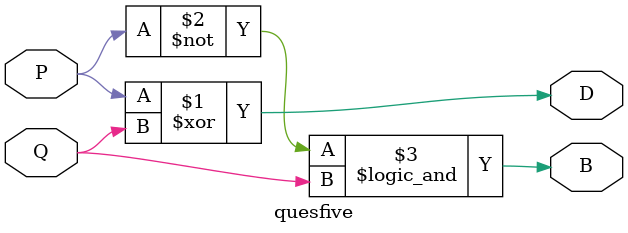
<source format=v>
module quesfive(
    input P,
    input Q,
    output D,
    output B
);

assign D = (P^Q);
assign B = ((~P)&&Q);

endmodule
</source>
